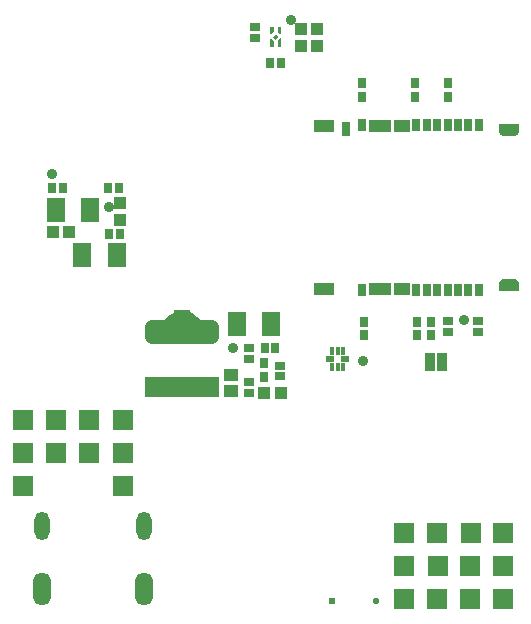
<source format=gbs>
G04*
G04 #@! TF.GenerationSoftware,Altium Limited,Altium Designer,18.0.7 (293)*
G04*
G04 Layer_Color=16711935*
%FSLAX25Y25*%
%MOIN*%
G70*
G01*
G75*
%ADD88R,0.04343X0.03950*%
%ADD89R,0.03162X0.03753*%
%ADD90R,0.03950X0.04343*%
%ADD98C,0.03543*%
%ADD99R,0.03320X0.03162*%
%ADD104R,0.05918X0.07887*%
%ADD105R,0.04737X0.04343*%
%ADD109R,0.03162X0.03320*%
%ADD115O,0.05131X0.09461*%
%ADD116O,0.05918X0.11036*%
%ADD117R,0.06706X0.06706*%
%ADD118R,0.06706X0.06706*%
%ADD119C,0.02299*%
%ADD120C,0.02402*%
%ADD149C,0.03720*%
%ADD150C,0.03720*%
%ADD151R,0.02677X0.03937*%
%ADD152R,0.05276X0.04134*%
%ADD153R,0.07638X0.04134*%
%ADD154R,0.07087X0.04134*%
%ADD155R,0.02756X0.04724*%
%ADD162R,0.00100X0.00100*%
%ADD167R,0.24816X0.07099*%
G04:AMPARAMS|DCode=168|XSize=78.87mil|YSize=248.16mil|CornerRadius=21.72mil|HoleSize=0mil|Usage=FLASHONLY|Rotation=90.000|XOffset=0mil|YOffset=0mil|HoleType=Round|Shape=RoundedRectangle|*
%AMROUNDEDRECTD168*
21,1,0.07887,0.20473,0,0,90.0*
21,1,0.03543,0.24816,0,0,90.0*
1,1,0.04343,0.10236,0.01772*
1,1,0.04343,0.10236,-0.01772*
1,1,0.04343,-0.10236,-0.01772*
1,1,0.04343,-0.10236,0.01772*
%
%ADD168ROUNDEDRECTD168*%
%ADD169R,0.03753X0.01981*%
%ADD170R,0.01784X0.02965*%
%ADD171R,0.01587X0.02965*%
%ADD172R,0.03162X0.01981*%
%ADD173R,0.05476X0.04752*%
G36*
X110152Y223964D02*
X109652D01*
X108951Y224664D01*
Y226364D01*
X110152D01*
Y223964D01*
D02*
G37*
G36*
X107592Y224664D02*
X106892Y223964D01*
X106392D01*
Y226364D01*
X107592D01*
Y224664D01*
D02*
G37*
G36*
X109222Y223114D02*
X108272Y222164D01*
X107322Y223114D01*
X108272Y224064D01*
X109222Y223114D01*
D02*
G37*
G36*
X110152Y219864D02*
X108951D01*
Y221864D01*
X109652Y222564D01*
X110152D01*
Y219864D01*
D02*
G37*
G36*
X107592Y221564D02*
Y219864D01*
X106392D01*
Y222264D01*
X106892D01*
X107592Y221564D01*
D02*
G37*
G36*
X189418Y191814D02*
Y191462D01*
X189148Y190811D01*
X188649Y190312D01*
X187998Y190042D01*
X187646D01*
X184496Y190042D01*
Y190042D01*
X184144D01*
X183493Y190312D01*
X182994Y190811D01*
X182725Y191462D01*
Y191814D01*
Y194176D01*
X189418D01*
Y191814D01*
D02*
G37*
G36*
X187646Y142365D02*
X187998D01*
X188649Y142095D01*
X189148Y141597D01*
X189418Y140946D01*
Y140594D01*
Y138231D01*
X182725D01*
Y140594D01*
Y140946D01*
X182994Y141597D01*
X183493Y142095D01*
X184144Y142365D01*
X184496D01*
X187646Y142365D01*
Y142365D01*
D02*
G37*
G36*
X78111Y131634D02*
X78124Y131633D01*
X78138Y131632D01*
X78150Y131630D01*
X78163Y131629D01*
X78176Y131626D01*
X78190Y131624D01*
X79597Y131309D01*
X79610Y131305D01*
X79623Y131302D01*
X79635Y131298D01*
X79647Y131294D01*
X79659Y131289D01*
X79672Y131284D01*
X80990Y130699D01*
X81002Y130693D01*
X81014Y130688D01*
X81025Y130681D01*
X81036Y130675D01*
X81047Y130667D01*
X81059Y130660D01*
X82236Y129828D01*
X82247Y129820D01*
X82257Y129812D01*
X82267Y129803D01*
X82277Y129795D01*
X82286Y129785D01*
X82296Y129776D01*
X83287Y128729D01*
X83296Y128719D01*
X83305Y128709D01*
X83312Y128699D01*
X83321Y128689D01*
X83328Y128677D01*
X83336Y128666D01*
X84102Y127445D01*
X84109Y127433D01*
X84116Y127422D01*
X84121Y127410D01*
X84127Y127399D01*
X84132Y127386D01*
X84137Y127374D01*
X84649Y126026D01*
X84653Y126014D01*
X84658Y126001D01*
X84661Y125988D01*
X84665Y125976D01*
X84667Y125963D01*
X84670Y125950D01*
X84908Y124528D01*
X84909Y124514D01*
X84911Y124501D01*
X84912Y124488D01*
X84913Y124475D01*
X84913Y124462D01*
X84913Y124449D01*
X84890Y123728D01*
X84889Y123723D01*
X84889Y123719D01*
X84889Y123714D01*
Y123714D01*
X84889Y123714D01*
X84886Y123651D01*
X84884Y123634D01*
X84882Y123618D01*
X84881Y123608D01*
X84879Y123599D01*
X84875Y123583D01*
X84872Y123566D01*
X84869Y123557D01*
X84866Y123548D01*
X84860Y123533D01*
X84855Y123517D01*
X84851Y123508D01*
X84847Y123499D01*
X84839Y123485D01*
X84831Y123470D01*
X84826Y123462D01*
X84821Y123453D01*
X84811Y123440D01*
X84802Y123426D01*
X84795Y123419D01*
X84790Y123412D01*
X84778Y123400D01*
X84767Y123387D01*
X84670Y123291D01*
X84657Y123280D01*
X84645Y123269D01*
X84637Y123263D01*
X84630Y123257D01*
X84616Y123248D01*
X84603Y123238D01*
X84595Y123233D01*
X84586Y123228D01*
X84571Y123221D01*
X84557Y123213D01*
X84548Y123209D01*
X84539Y123205D01*
X84523Y123200D01*
X84508Y123194D01*
X84499Y123191D01*
X84489Y123188D01*
X84473Y123185D01*
X84457Y123181D01*
X84447Y123180D01*
X84438Y123178D01*
X84421Y123177D01*
X84405Y123176D01*
X84268Y123170D01*
X84251Y123170D01*
X84235Y123170D01*
X84225Y123171D01*
X84216Y123171D01*
X84199Y123174D01*
X84183Y123175D01*
X84173Y123178D01*
X84164Y123179D01*
X84148Y123184D01*
X84132Y123188D01*
X84123Y123191D01*
X84114Y123194D01*
X84098Y123200D01*
X84083Y123206D01*
X84074Y123211D01*
X84066Y123215D01*
X84051Y123223D01*
X84037Y123231D01*
X84029Y123237D01*
X84021Y123242D01*
X84008Y123253D01*
X83994Y123262D01*
X83919Y123325D01*
X70139Y123325D01*
X70087Y123328D01*
X70046Y123337D01*
X70035Y123339D01*
X70035D01*
X70035Y123339D01*
X69986Y123356D01*
X69955Y123371D01*
X69939Y123379D01*
X69939Y123379D01*
D01*
X69895Y123408D01*
X69870Y123430D01*
X69856Y123442D01*
X69856Y123442D01*
X69856Y123442D01*
X69843Y123457D01*
X69821Y123482D01*
X69792Y123526D01*
D01*
X69792Y123526D01*
X69784Y123542D01*
X69769Y123573D01*
X69752Y123622D01*
X69752Y123622D01*
Y123622D01*
X69750Y123633D01*
X69747Y123646D01*
X69741Y123651D01*
X69730Y123658D01*
X69721Y123667D01*
X69711Y123674D01*
X69701Y123684D01*
X69691Y123693D01*
X69683Y123703D01*
X69674Y123711D01*
X69666Y123722D01*
X69657Y123733D01*
X69650Y123743D01*
X69642Y123753D01*
X69635Y123765D01*
X69628Y123777D01*
X69593Y123838D01*
X69587Y123851D01*
X69580Y123863D01*
X69575Y123874D01*
X69570Y123886D01*
X69565Y123899D01*
X69560Y123911D01*
X69557Y123924D01*
X69553Y123935D01*
X69551Y123949D01*
X69547Y123962D01*
X69546Y123975D01*
X69543Y123987D01*
X69542Y124001D01*
X69541Y124014D01*
X69539Y124050D01*
X69539Y124064D01*
X69538Y124077D01*
X69548Y124798D01*
X69549Y124811D01*
X69549Y124825D01*
X69551Y124838D01*
X69552Y124850D01*
X69555Y124863D01*
X69557Y124877D01*
X69859Y126287D01*
X69862Y126300D01*
X69865Y126313D01*
X69870Y126325D01*
X69873Y126337D01*
X69878Y126350D01*
X69883Y126362D01*
X70456Y127685D01*
X70462Y127697D01*
X70467Y127710D01*
X70474Y127721D01*
X70480Y127732D01*
X70487Y127743D01*
X70494Y127755D01*
X71315Y128940D01*
X71324Y128950D01*
X71331Y128961D01*
X71340Y128971D01*
X71348Y128981D01*
X71358Y128990D01*
X71367Y129000D01*
X72404Y130001D01*
X72415Y130010D01*
X72424Y130019D01*
X72435Y130027D01*
X72445Y130035D01*
X72456Y130042D01*
X72467Y130050D01*
X73681Y130828D01*
X73693Y130835D01*
X73704Y130842D01*
X73715Y130847D01*
X73727Y130853D01*
X73739Y130858D01*
X73751Y130864D01*
X75094Y131388D01*
X75107Y131393D01*
X75120Y131397D01*
X75132Y131400D01*
X75144Y131404D01*
X75158Y131407D01*
X75171Y131410D01*
X76591Y131661D01*
X76604Y131662D01*
X76617Y131664D01*
X76630Y131665D01*
X76643Y131666D01*
X76656Y131666D01*
X76670Y131667D01*
X78111Y131634D01*
D02*
G37*
D88*
X56520Y162144D02*
D03*
Y167656D02*
D03*
D89*
X104465Y109847D02*
D03*
Y114375D02*
D03*
X165674Y203061D02*
D03*
Y207589D02*
D03*
X154674Y203061D02*
D03*
Y207589D02*
D03*
X136934Y203061D02*
D03*
Y207589D02*
D03*
X160014Y123545D02*
D03*
Y128072D02*
D03*
X155334D02*
D03*
Y123545D02*
D03*
X137774Y128072D02*
D03*
Y123545D02*
D03*
D90*
X39470Y157913D02*
D03*
X33958D02*
D03*
X109937Y104513D02*
D03*
X104425D02*
D03*
X116660Y220144D02*
D03*
X122171D02*
D03*
X116660Y225784D02*
D03*
X122171D02*
D03*
D98*
X52900Y166300D02*
D03*
X33753Y177514D02*
D03*
X94189Y119395D02*
D03*
X137454Y115049D02*
D03*
X113260Y228600D02*
D03*
X171020Y128620D02*
D03*
D99*
X99386Y119237D02*
D03*
Y115773D02*
D03*
X99425Y104513D02*
D03*
Y107977D02*
D03*
X109701Y109906D02*
D03*
Y113371D02*
D03*
X101532Y226256D02*
D03*
Y222791D02*
D03*
X175714Y124864D02*
D03*
Y128328D02*
D03*
X165634Y128328D02*
D03*
Y124864D02*
D03*
D104*
X46379Y165433D02*
D03*
X34962D02*
D03*
X43899Y150393D02*
D03*
X55316D02*
D03*
X106788Y127308D02*
D03*
X95370D02*
D03*
D105*
X93520Y110477D02*
D03*
Y105162D02*
D03*
D109*
X37272Y172840D02*
D03*
X33808D02*
D03*
X52500Y172580D02*
D03*
X55965D02*
D03*
X52860Y157260D02*
D03*
X56325D02*
D03*
X104662Y119473D02*
D03*
X108126D02*
D03*
X110044Y214444D02*
D03*
X106579D02*
D03*
D115*
X30564Y60202D02*
D03*
X64580D02*
D03*
D116*
X30564Y39100D02*
D03*
X64580D02*
D03*
D117*
X162340Y46600D02*
D03*
X35080Y84440D02*
D03*
X35020Y95400D02*
D03*
X24000Y95380D02*
D03*
X24020Y84460D02*
D03*
X57280Y95400D02*
D03*
Y84400D02*
D03*
X151120Y46580D02*
D03*
X173098Y35680D02*
D03*
X151120Y57580D02*
D03*
X151098Y35680D02*
D03*
X46160Y95400D02*
D03*
X161998Y35680D02*
D03*
X46200Y84420D02*
D03*
X184000Y35700D02*
D03*
X184040Y57620D02*
D03*
X184000Y46620D02*
D03*
X173260Y57640D02*
D03*
X173220Y46600D02*
D03*
X162140Y57620D02*
D03*
X57340Y73480D02*
D03*
D118*
X24020Y73520D02*
D03*
D119*
X141627Y34900D02*
D03*
D120*
X127060D02*
D03*
D149*
X187350Y140298D02*
D03*
D150*
X186071Y192109D02*
D03*
D151*
X175992Y193566D02*
D03*
X172528D02*
D03*
X169063D02*
D03*
X165599D02*
D03*
X162134D02*
D03*
X158669D02*
D03*
X155205D02*
D03*
X175992Y138842D02*
D03*
X172528D02*
D03*
X169063D02*
D03*
X165599D02*
D03*
X162134D02*
D03*
X158669D02*
D03*
X155205D02*
D03*
X137252Y193566D02*
D03*
Y138842D02*
D03*
D152*
X150441Y193468D02*
D03*
Y138940D02*
D03*
D153*
X143197Y193468D02*
D03*
Y138940D02*
D03*
D154*
X124260Y193468D02*
D03*
Y138940D02*
D03*
D155*
X131681Y192385D02*
D03*
D162*
X108272Y223114D02*
D03*
X109552Y225164D02*
D03*
X106992D02*
D03*
Y221064D02*
D03*
X109552D02*
D03*
D167*
X77181Y106351D02*
D03*
D168*
Y124552D02*
D03*
D169*
X159831Y116709D02*
D03*
Y114740D02*
D03*
Y112771D02*
D03*
X163769D02*
D03*
Y114740D02*
D03*
Y116709D02*
D03*
D170*
X126965Y118345D02*
D03*
X130903D02*
D03*
Y113031D02*
D03*
X126965D02*
D03*
D171*
X128934Y118345D02*
D03*
Y113031D02*
D03*
D172*
X131493Y115689D02*
D03*
X126375D02*
D03*
D173*
X77043Y129775D02*
D03*
M02*

</source>
